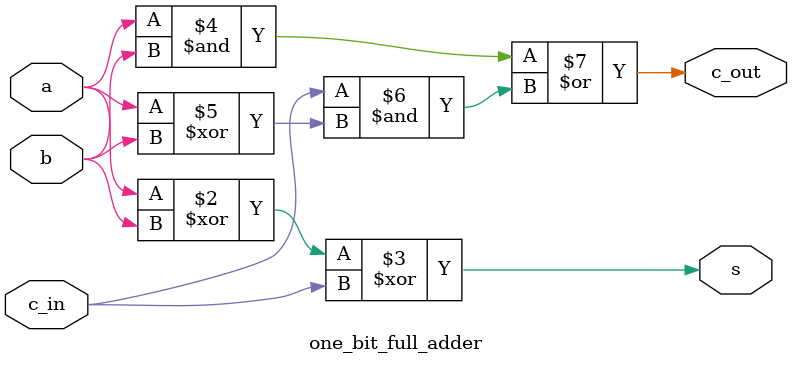
<source format=v>
module one_bit_full_adder
    (
        input      a, b, c_in,
        output reg s, c_out
    );

    always @ (a, b, c_in) begin
        s     <= a ^ b ^ c_in;
        c_out <= (a & b) | (c_in & (a ^ b));
    end

endmodule

</source>
